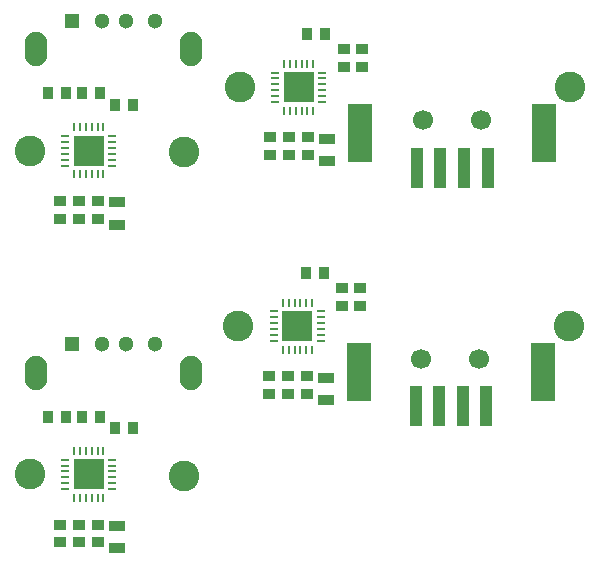
<source format=gts>
G04 #@! TF.GenerationSoftware,KiCad,Pcbnew,5.1.9-73d0e3b20d~88~ubuntu18.04.1*
G04 #@! TF.CreationDate,2021-04-05T22:09:22-07:00*
G04 #@! TF.ProjectId,accelgyro_mpu6050_d2brv3_4x4,61636365-6c67-4797-926f-5f6d70753630,rev?*
G04 #@! TF.SameCoordinates,Original*
G04 #@! TF.FileFunction,Soldermask,Top*
G04 #@! TF.FilePolarity,Negative*
%FSLAX46Y46*%
G04 Gerber Fmt 4.6, Leading zero omitted, Abs format (unit mm)*
G04 Created by KiCad (PCBNEW 5.1.9-73d0e3b20d~88~ubuntu18.04.1) date 2021-04-05 22:09:22*
%MOMM*%
%LPD*%
G01*
G04 APERTURE LIST*
%ADD10R,1.000760X0.899160*%
%ADD11R,1.397000X0.889000*%
%ADD12R,0.899160X1.000760*%
%ADD13O,1.900000X2.900000*%
%ADD14C,1.300000*%
%ADD15R,1.300000X1.300000*%
%ADD16C,2.600000*%
%ADD17R,2.499360X2.499360*%
%ADD18O,0.800100X0.248920*%
%ADD19O,0.248920X0.800100*%
%ADD20R,2.000000X5.000000*%
%ADD21C,1.700000*%
%ADD22R,1.120000X3.390000*%
G04 APERTURE END LIST*
D10*
X139525000Y-111226840D03*
X139525000Y-109723160D03*
D11*
X144325000Y-109822500D03*
X144325000Y-111727500D03*
D12*
X138473160Y-100575000D03*
X139976840Y-100575000D03*
D10*
X142725000Y-111226840D03*
X142725000Y-109723160D03*
D13*
X150620000Y-96875000D03*
X137480000Y-96875000D03*
D14*
X147550000Y-94475000D03*
X145050000Y-94475000D03*
X143050000Y-94475000D03*
D15*
X140550000Y-94475000D03*
D12*
X141373160Y-100575000D03*
X142876840Y-100575000D03*
X145676840Y-101575000D03*
X144173160Y-101575000D03*
D16*
X150025000Y-105575000D03*
D10*
X141125000Y-111226840D03*
X141125000Y-109723160D03*
D17*
X141925000Y-105475000D03*
D18*
X139926020Y-104225320D03*
X139926020Y-104725700D03*
X139926020Y-105226080D03*
X139926020Y-105723920D03*
X139926020Y-106224300D03*
X139926020Y-106724680D03*
D19*
X140675320Y-107473980D03*
X141175700Y-107473980D03*
X141676080Y-107473980D03*
X142173920Y-107473980D03*
X142674300Y-107473980D03*
X143174680Y-107473980D03*
D18*
X143923980Y-106724680D03*
X143923980Y-106224300D03*
X143923980Y-105723920D03*
X143923980Y-105226080D03*
X143923980Y-104725700D03*
X143923980Y-104225320D03*
D19*
X143174680Y-103476020D03*
X142674300Y-103476020D03*
X142173920Y-103476020D03*
X141676080Y-103476020D03*
X141175700Y-103476020D03*
X140675320Y-103476020D03*
D16*
X136925000Y-105475000D03*
D10*
X158900000Y-104348160D03*
X158900000Y-105851840D03*
D12*
X160448160Y-95600000D03*
X161951840Y-95600000D03*
D16*
X182700000Y-100100000D03*
D11*
X162100000Y-106352500D03*
X162100000Y-104447500D03*
D16*
X154700000Y-100100000D03*
D10*
X165036000Y-96884160D03*
X165036000Y-98387840D03*
X157300000Y-104348160D03*
X157300000Y-105851840D03*
X160500000Y-104348160D03*
X160500000Y-105851840D03*
D20*
X164900000Y-104000000D03*
X180500000Y-104000000D03*
D21*
X170200000Y-102900000D03*
D22*
X169700000Y-106900000D03*
X175700000Y-106900000D03*
X173700000Y-106900000D03*
X171700000Y-106900000D03*
D21*
X175100000Y-102900000D03*
D19*
X158450320Y-98101020D03*
X158950700Y-98101020D03*
X159451080Y-98101020D03*
X159948920Y-98101020D03*
X160449300Y-98101020D03*
X160949680Y-98101020D03*
D18*
X161698980Y-98850320D03*
X161698980Y-99350700D03*
X161698980Y-99851080D03*
X161698980Y-100348920D03*
X161698980Y-100849300D03*
X161698980Y-101349680D03*
D19*
X160949680Y-102098980D03*
X160449300Y-102098980D03*
X159948920Y-102098980D03*
X159451080Y-102098980D03*
X158950700Y-102098980D03*
X158450320Y-102098980D03*
D18*
X157701020Y-101349680D03*
X157701020Y-100849300D03*
X157701020Y-100348920D03*
X157701020Y-99851080D03*
X157701020Y-99350700D03*
X157701020Y-98850320D03*
D17*
X159700000Y-100100000D03*
D10*
X163512000Y-98387840D03*
X163512000Y-96884160D03*
D16*
X154600000Y-120325000D03*
X182600000Y-120325000D03*
D10*
X157200000Y-126076840D03*
X157200000Y-124573160D03*
D12*
X161851840Y-115825000D03*
X160348160Y-115825000D03*
D10*
X158800000Y-126076840D03*
X158800000Y-124573160D03*
X160400000Y-126076840D03*
X160400000Y-124573160D03*
D17*
X159600000Y-120325000D03*
D18*
X157601020Y-119075320D03*
X157601020Y-119575700D03*
X157601020Y-120076080D03*
X157601020Y-120573920D03*
X157601020Y-121074300D03*
X157601020Y-121574680D03*
D19*
X158350320Y-122323980D03*
X158850700Y-122323980D03*
X159351080Y-122323980D03*
X159848920Y-122323980D03*
X160349300Y-122323980D03*
X160849680Y-122323980D03*
D18*
X161598980Y-121574680D03*
X161598980Y-121074300D03*
X161598980Y-120573920D03*
X161598980Y-120076080D03*
X161598980Y-119575700D03*
X161598980Y-119075320D03*
D19*
X160849680Y-118326020D03*
X160349300Y-118326020D03*
X159848920Y-118326020D03*
X159351080Y-118326020D03*
X158850700Y-118326020D03*
X158350320Y-118326020D03*
D11*
X162000000Y-124672500D03*
X162000000Y-126577500D03*
D10*
X163412000Y-117109160D03*
X163412000Y-118612840D03*
X164936000Y-118612840D03*
X164936000Y-117109160D03*
D21*
X175000000Y-123125000D03*
D22*
X171600000Y-127125000D03*
X173600000Y-127125000D03*
X175600000Y-127125000D03*
X169600000Y-127125000D03*
D21*
X170100000Y-123125000D03*
D20*
X180400000Y-124225000D03*
X164800000Y-124225000D03*
D10*
X142725000Y-137123160D03*
X142725000Y-138626840D03*
D19*
X140675320Y-130876020D03*
X141175700Y-130876020D03*
X141676080Y-130876020D03*
X142173920Y-130876020D03*
X142674300Y-130876020D03*
X143174680Y-130876020D03*
D18*
X143923980Y-131625320D03*
X143923980Y-132125700D03*
X143923980Y-132626080D03*
X143923980Y-133123920D03*
X143923980Y-133624300D03*
X143923980Y-134124680D03*
D19*
X143174680Y-134873980D03*
X142674300Y-134873980D03*
X142173920Y-134873980D03*
X141676080Y-134873980D03*
X141175700Y-134873980D03*
X140675320Y-134873980D03*
D18*
X139926020Y-134124680D03*
X139926020Y-133624300D03*
X139926020Y-133123920D03*
X139926020Y-132626080D03*
X139926020Y-132125700D03*
X139926020Y-131625320D03*
D17*
X141925000Y-132875000D03*
D16*
X150025000Y-132975000D03*
D10*
X141125000Y-137123160D03*
X141125000Y-138626840D03*
D12*
X139976840Y-127975000D03*
X138473160Y-127975000D03*
D10*
X139525000Y-137123160D03*
X139525000Y-138626840D03*
D11*
X144325000Y-139127500D03*
X144325000Y-137222500D03*
D16*
X136925000Y-132875000D03*
D12*
X142876840Y-127975000D03*
X141373160Y-127975000D03*
X144173160Y-128975000D03*
X145676840Y-128975000D03*
D15*
X140550000Y-121875000D03*
D14*
X143050000Y-121875000D03*
X145050000Y-121875000D03*
X147550000Y-121875000D03*
D13*
X137480000Y-124275000D03*
X150620000Y-124275000D03*
M02*

</source>
